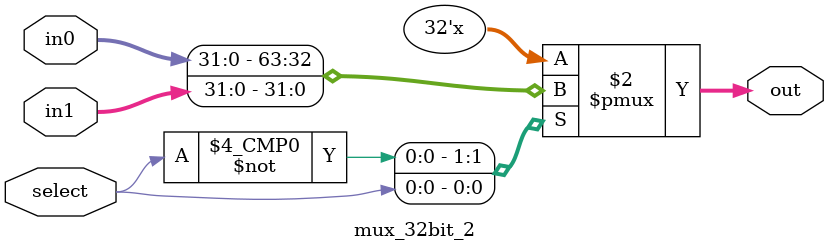
<source format=v>
`timescale 1ns / 1ps
module mux_32bit_2(in0, in1, select, out);

	input [31:0] in0, in1;
	input select;
	output reg [31:0] out;
	
	always @(*) begin
		case(select)
			1'b0: out = in0;
			1'b1: out = in1;
		endcase
	end
	
endmodule

</source>
